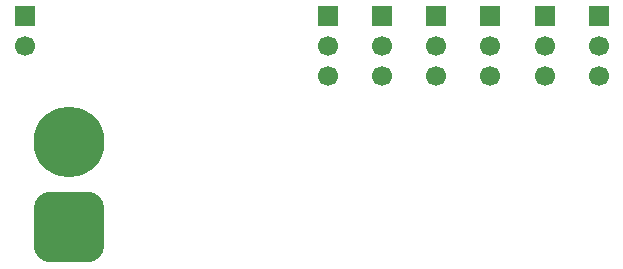
<source format=gbr>
%TF.GenerationSoftware,KiCad,Pcbnew,9.0.1*%
%TF.CreationDate,2025-04-11T16:24:37+02:00*%
%TF.ProjectId,Alimentation_DC_DC,416c696d-656e-4746-9174-696f6e5f4443,rev?*%
%TF.SameCoordinates,Original*%
%TF.FileFunction,Soldermask,Bot*%
%TF.FilePolarity,Negative*%
%FSLAX46Y46*%
G04 Gerber Fmt 4.6, Leading zero omitted, Abs format (unit mm)*
G04 Created by KiCad (PCBNEW 9.0.1) date 2025-04-11 16:24:37*
%MOMM*%
%LPD*%
G01*
G04 APERTURE LIST*
G04 Aperture macros list*
%AMRoundRect*
0 Rectangle with rounded corners*
0 $1 Rounding radius*
0 $2 $3 $4 $5 $6 $7 $8 $9 X,Y pos of 4 corners*
0 Add a 4 corners polygon primitive as box body*
4,1,4,$2,$3,$4,$5,$6,$7,$8,$9,$2,$3,0*
0 Add four circle primitives for the rounded corners*
1,1,$1+$1,$2,$3*
1,1,$1+$1,$4,$5*
1,1,$1+$1,$6,$7*
1,1,$1+$1,$8,$9*
0 Add four rect primitives between the rounded corners*
20,1,$1+$1,$2,$3,$4,$5,0*
20,1,$1+$1,$4,$5,$6,$7,0*
20,1,$1+$1,$6,$7,$8,$9,0*
20,1,$1+$1,$8,$9,$2,$3,0*%
G04 Aperture macros list end*
%ADD10R,1.700000X1.700000*%
%ADD11C,1.700000*%
%ADD12RoundRect,1.500000X1.500000X-1.500000X1.500000X1.500000X-1.500000X1.500000X-1.500000X-1.500000X0*%
%ADD13C,6.000000*%
G04 APERTURE END LIST*
D10*
%TO.C,J8*%
X133750000Y-66975000D03*
D11*
X133750000Y-69515000D03*
%TD*%
D10*
%TO.C,J7*%
X182340000Y-66960000D03*
D11*
X182340000Y-69500000D03*
X182340000Y-72040000D03*
%TD*%
D10*
%TO.C,J6*%
X177750000Y-66960000D03*
D11*
X177750000Y-69500000D03*
X177750000Y-72040000D03*
%TD*%
D10*
%TO.C,J5*%
X173160000Y-66960000D03*
D11*
X173160000Y-69500000D03*
X173160000Y-72040000D03*
%TD*%
D10*
%TO.C,J4*%
X168570000Y-66960000D03*
D11*
X168570000Y-69500000D03*
X168570000Y-72040000D03*
%TD*%
D10*
%TO.C,J3*%
X163980000Y-66960000D03*
D11*
X163980000Y-69500000D03*
X163980000Y-72040000D03*
%TD*%
D10*
%TO.C,J2*%
X159390000Y-66960000D03*
D11*
X159390000Y-69500000D03*
X159390000Y-72040000D03*
%TD*%
D12*
%TO.C,J1*%
X137500000Y-84850000D03*
D13*
X137500000Y-77650000D03*
%TD*%
M02*

</source>
